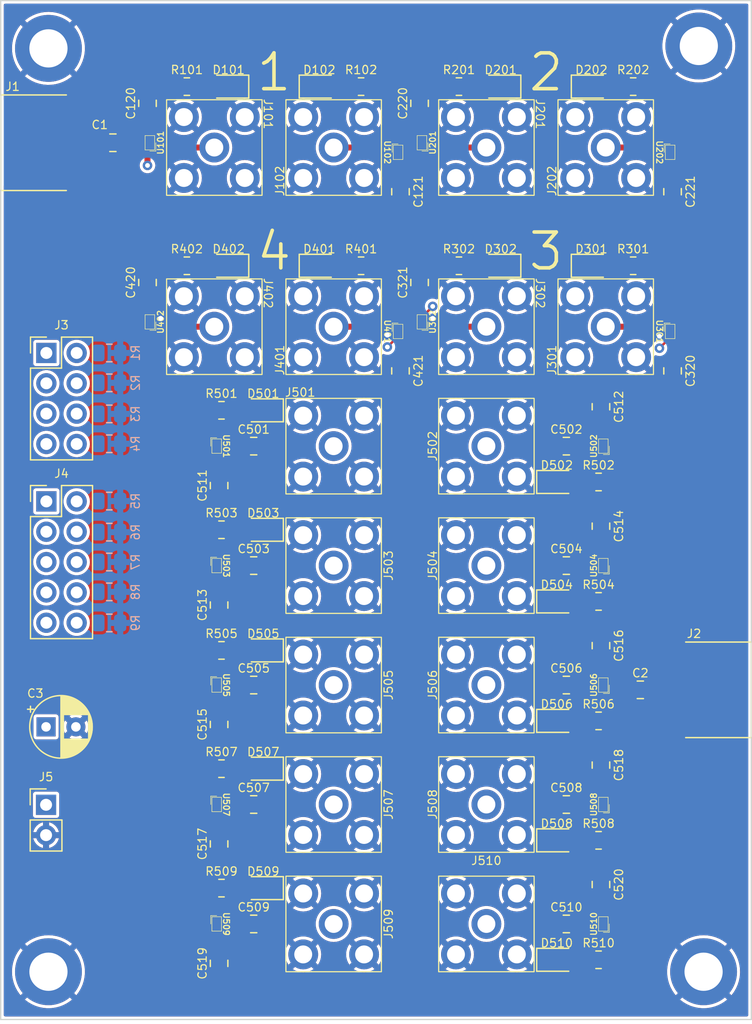
<source format=kicad_pcb>
(kicad_pcb (version 20211014) (generator pcbnew)
  (layers (0 "F.Cu" signal) (1 "In1.Cu" signal) (2 "In2.Cu" signal) (31 "B.Cu" signal) (36 "B.SilkS" user "B.Silkscreen") (37 "F.SilkS" user "F.Silkscreen") (38 "B.Mask" user) (39 "F.Mask" user) (44 "Edge.Cuts" user))
  (net 0 "")
  (net 1 "Net-(C1-Pad1)")
  (net 2 "/highPass/RF_IN")
  (net 3 "/multiplexer/RF_OUT")
  (net 4 "Net-(C2-Pad2)")
  (net 5 "+3V3")
  (net 6 "GND")
  (net 7 "Net-(J101-Pad1)")
  (net 8 "Net-(J102-Pad1)")
  (net 9 "Net-(J201-Pad1)")
  (net 10 "Net-(J202-Pad1)")
  (net 11 "Net-(J301-Pad1)")
  (net 12 "Net-(J302-Pad1)")
  (net 13 "Net-(J401-Pad1)")
  (net 14 "Net-(J402-Pad1)")
  (net 15 "Net-(U301-Pad3)")
  (net 16 "Net-(C501-Pad1)")
  (net 17 "Net-(C501-Pad2)")
  (net 18 "Net-(C502-Pad1)")
  (net 19 "Net-(C502-Pad2)")
  (net 20 "Net-(C503-Pad1)")
  (net 21 "Net-(C503-Pad2)")
  (net 22 "Net-(C504-Pad1)")
  (net 23 "Net-(C504-Pad2)")
  (net 24 "Net-(C505-Pad1)")
  (net 25 "Net-(C505-Pad2)")
  (net 26 "Net-(C506-Pad1)")
  (net 27 "Net-(C506-Pad2)")
  (net 28 "Net-(C507-Pad1)")
  (net 29 "Net-(C507-Pad2)")
  (net 30 "Net-(C508-Pad1)")
  (net 31 "Net-(C508-Pad2)")
  (net 32 "Net-(C509-Pad1)")
  (net 33 "Net-(C509-Pad2)")
  (net 34 "Net-(C510-Pad1)")
  (net 35 "Net-(C510-Pad2)")
  (net 36 "Net-(D101-Pad2)")
  (net 37 "Net-(D102-Pad2)")
  (net 38 "Net-(D201-Pad2)")
  (net 39 "Net-(D202-Pad2)")
  (net 40 "Net-(D301-Pad2)")
  (net 41 "Net-(D302-Pad2)")
  (net 42 "Net-(D401-Pad2)")
  (net 43 "Net-(D402-Pad2)")
  (net 44 "Net-(D501-Pad2)")
  (net 45 "Net-(D502-Pad2)")
  (net 46 "Net-(D503-Pad2)")
  (net 47 "Net-(D504-Pad2)")
  (net 48 "Net-(D505-Pad2)")
  (net 49 "Net-(D506-Pad2)")
  (net 50 "Net-(D507-Pad2)")
  (net 51 "Net-(D508-Pad2)")
  (net 52 "Net-(D509-Pad2)")
  (net 53 "Net-(D510-Pad2)")
  (net 54 "/highPass_en")
  (net 55 "/lowPass_en")
  (net 56 "/fmStop_en")
  (net 57 "/dabStop_en")
  (net 58 "/muxCh0_en")
  (net 59 "/muxCh1_en")
  (net 60 "/muxCh2_en")
  (net 61 "/muxCh3_en")
  (net 62 "/muxCh4_en")
  (net 63 "Net-(U101-Pad3)")
  (net 64 "/highPass/RF_OUT")
  (net 65 "Net-(U201-Pad3)")
  (net 66 "/bandStopFM/RF_IN")
  (net 67 "/bandStopDAB/RF_IN")
  (net 68 "Net-(U401-Pad3)")
  (net 69 "/bandStopDAB/RF_OUT")
  (footprint "LED_SMD:LED_0805_2012Metric" (layer "F.Cu") (at 53.7 52 180)
    (fp_text reference "D101")
    (fp_text value "LED_Small")
  )
  (footprint "Resistor_SMD:R_0805_2012Metric" (layer "F.Cu") (at 53.1 99.2)
    (fp_text reference "R505")
    (fp_text value "1K")
  )
  (footprint "frontEnd:SMA_FEM_TH_VERTICAL" (layer "F.Cu") (at 75.3 92.1)
    (fp_text reference "J504")
    (fp_text value "CH1_IN")
  )
  (footprint "Resistor_SMD:R_0805_2012Metric" (layer "F.Cu") (at 53.1 79.1)
    (fp_text reference "R501")
    (fp_text value "1K")
  )
  (footprint "Capacitor_SMD:C_0805_2012Metric" (layer "F.Cu") (at 82 82.1)
    (fp_text reference "C502")
    (fp_text value "10n")
  )
  (footprint "Resistor_SMD:R_0805_2012Metric" (layer "F.Cu") (at 84.7 105.1 180)
    (fp_text reference "R506")
    (fp_text value "1K")
  )
  (footprint "LED_SMD:LED_0805_2012Metric" (layer "F.Cu") (at 56.6 99.2 180)
    (fp_text reference "D505")
    (fp_text value "LED_Small")
  )
  (footprint "Capacitor_SMD:C_0805_2012Metric" (layer "F.Cu") (at 82 92.1)
    (fp_text reference "C504")
    (fp_text value "10n")
  )
  (footprint "frontEnd:BGS12P2L6E6327XTSA1" (layer "F.Cu") (at 47.1 56.7)
    (fp_text reference "U101")
    (fp_text value "BGS12P2L6E6327XTSA1")
  )
  (footprint "frontEnd:SMA_FEM_TH_VERTICAL" (layer "F.Cu") (at 52.5 57.1)
    (fp_text reference "J101")
    (fp_text value "to filter")
  )
  (footprint "frontEnd:SMA_FEM_TH_VERTICAL" (layer "F.Cu") (at 62.5 122.1)
    (fp_text reference "J509")
    (fp_text value "CH4_OUT")
  )
  (footprint "LED_SMD:LED_0805_2012Metric" (layer "F.Cu") (at 81.2 125.1)
    (fp_text reference "D510")
    (fp_text value "LED_Small")
  )
  (footprint "Resistor_SMD:R_0805_2012Metric" (layer "F.Cu") (at 84.7 85.1 180)
    (fp_text reference "R502")
    (fp_text value "1K")
  )
  (footprint "LED_SMD:LED_0805_2012Metric" (layer "F.Cu") (at 81.2 115.1)
    (fp_text reference "D508")
    (fp_text value "LED_Small")
  )
  (footprint "frontEnd:SMA" (layer "F.Cu") (at 92 102.5)
    (fp_text reference "J2")
    (fp_text value "RF OUT")
  )
  (footprint "Capacitor_SMD:C_0805_2012Metric" (layer "F.Cu") (at 55.8 92.1)
    (fp_text reference "C503")
    (fp_text value "10n")
  )
  (footprint "frontEnd:BGS12P2L6E6327XTSA1" (layer "F.Cu") (at 52.7 92.1 180)
    (fp_text reference "U503")
    (fp_text value "BGS12P2L6E6327XTSA1")
  )
  (footprint "Resistor_SMD:R_0805_2012Metric" (layer "F.Cu") (at 53.1 89.1)
    (fp_text reference "R503")
    (fp_text value "1K")
  )
  (footprint "Capacitor_SMD:C_0805_2012Metric" (layer "F.Cu") (at 55.8 112.1)
    (fp_text reference "C507")
    (fp_text value "10n")
  )
  (footprint "Capacitor_SMD:C_0805_2012Metric" (layer "F.Cu") (at 88.2 102.5)
    (fp_text reference "C2")
    (fp_text value "10n")
  )
  (footprint "LED_SMD:LED_0805_2012Metric" (layer "F.Cu") (at 53.7 67 180)
    (fp_text reference "D402")
    (fp_text value "LED_Small")
  )
  (footprint "frontEnd:SMA_FEM_TH_VERTICAL" (layer "F.Cu") (at 85.3 72.1 180)
    (fp_text reference "J301")
    (fp_text value "to filter")
  )
  (footprint "frontEnd:SMA_FEM_TH_VERTICAL" (layer "F.Cu") (at 52.5 72.1)
    (fp_text reference "J402")
    (fp_text value "from filter")
  )
  (footprint "LED_SMD:LED_0805_2012Metric" (layer "F.Cu") (at 81.2 105.1)
    (fp_text reference "D506")
    (fp_text value "LED_Small")
  )
  (footprint "Capacitor_THT:CP_Radial_D5.0mm_P2.50mm" (layer "F.Cu") (at 38.4 105.6)
    (fp_text reference "C3")
    (fp_text value "100u")
  )
  (footprint "Capacitor_SMD:C_0805_2012Metric" (layer "F.Cu") (at 55.8 102.1)
    (fp_text reference "C505")
    (fp_text value "10n")
  )
  (footprint "Connector_PinHeader_2.54mm:PinHeader_2x05_P2.54mm_Vertical" (layer "F.Cu") (at 38.425 86.725)
    (fp_text reference "J4")
    (fp_text value "MUX_CONTROL")
  )
  (footprint "LED_SMD:LED_0805_2012Metric" (layer "F.Cu") (at 76.5 67 180)
    (fp_text reference "D302")
    (fp_text value "LED_Small")
  )
  (footprint "frontEnd:SMA_FEM_TH_VERTICAL" (layer "F.Cu") (at 75.3 72.1 180)
    (fp_text reference "J302")
    (fp_text value "from filter")
  )
  (footprint "Capacitor_SMD:C_0805_2012Metric" (layer "F.Cu") (at 52.9 125.4 90)
    (fp_text reference "C519")
    (fp_text value "100n")
  )
  (footprint "Capacitor_SMD:C_0805_2012Metric" (layer "F.Cu") (at 68.1 60.8 90)
    (fp_text reference "C121")
    (fp_text value "100n")
  )
  (footprint "Capacitor_SMD:C_0805_2012Metric" (layer "F.Cu") (at 52.9 95.4 90)
    (fp_text reference "C513")
    (fp_text value "100n")
  )
  (footprint "Resistor_SMD:R_0805_2012Metric" (layer "F.Cu") (at 53.1 119.1)
    (fp_text reference "R509")
    (fp_text value "1K")
  )
  (footprint "frontEnd:BGS12P2L6E6327XTSA1" (layer "F.Cu") (at 85.1 122.1)
    (fp_text reference "U510")
    (fp_text value "BGS12P2L6E6327XTSA1")
  )
  (footprint "LED_SMD:LED_0805_2012Metric" (layer "F.Cu") (at 81.2 85.1)
    (fp_text reference "D502")
    (fp_text value "LED_Small")
  )
  (footprint "frontEnd:SMA_FEM_TH_VERTICAL" (layer "F.Cu") (at 75.3 122.1)
    (fp_text reference "J510")
    (fp_text value "CH4_IN")
  )
  (footprint "Resistor_SMD:R_0805_2012Metric" (layer "F.Cu") (at 50.2 52)
    (fp_text reference "R101")
    (fp_text value "1K")
  )
  (footprint "frontEnd:BGS12P2L6E6327XTSA1" (layer "F.Cu") (at 52.7 82.1 180)
    (fp_text reference "U501")
    (fp_text value "BGS12P2L6E6327XTSA1")
  )
  (footprint "frontEnd:SMA_FEM_TH_VERTICAL" (layer "F.Cu") (at 62.5 102.1)
    (fp_text reference "J505")
    (fp_text value "CH2_OUT")
  )
  (footprint "Connector_PinHeader_2.54mm:PinHeader_2x04_P2.54mm_Vertical" (layer "F.Cu") (at 38.425 74.3)
    (fp_text reference "J3")
    (fp_text value "FILTER_CONTROL")
  )
  (footprint "Capacitor_SMD:C_0805_2012Metric" (layer "F.Cu") (at 82 122.1)
    (fp_text reference "C510")
    (fp_text value "10n")
  )
  (footprint "LED_SMD:LED_0805_2012Metric" (layer "F.Cu") (at 56.6 89.1 180)
    (fp_text reference "D503")
    (fp_text value "LED_Small")
  )
  (footprint "Capacitor_SMD:C_0805_2012Metric" (layer "F.Cu") (at 84.9 118.8 -90)
    (fp_text reference "C520")
    (fp_text value "100n")
  )
  (footprint "LED_SMD:LED_0805_2012Metric" (layer "F.Cu") (at 81.2 95.1)
    (fp_text reference "D504")
    (fp_text value "LED_Small")
  )
  (footprint "LED_SMD:LED_0805_2012Metric" (layer "F.Cu") (at 84.1 52)
    (fp_text reference "D202")
    (fp_text value "LED_Small")
  )
  (footprint "Capacitor_SMD:C_0805_2012Metric" (layer "F.Cu") (at 55.8 82.1)
    (fp_text reference "C501")
    (fp_text value "10n")
  )
  (footprint "Capacitor_SMD:C_0805_2012Metric" (layer "F.Cu") (at 84.9 78.8 -90)
    (fp_text reference "C512")
    (fp_text value "100n")
  )
  (footprint "Capacitor_SMD:C_0805_2012Metric" (layer "F.Cu") (at 46.9 53.4 -90)
    (fp_text reference "C120")
    (fp_text value "100n")
  )
  (footprint "MountingHole:MountingHole_3.2mm_M3_DIN965_Pad" (layer "F.Cu") (at 38.6 126.1)
    (fp_text reference "J1000" hide)
    (fp_text value "Hole")
  )
  (footprint "frontEnd:BGS12P2L6E6327XTSA1" (layer "F.Cu") (at 69.9 56.7)
    (fp_text reference "U201")
    (fp_text value "BGS12P2L6E6327XTSA1")
  )
  (footprint "frontEnd:SMA_FEM_TH_VERTICAL" (layer "F.Cu") (at 62.5 72.1)
    (fp_text reference "J401")
    (fp_text value "to filter")
  )
  (footprint "Resistor_SMD:R_0805_2012Metric" (layer "F.Cu") (at 73 67)
    (fp_text reference "R302")
    (fp_text value "1K")
  )
  (footprint "frontEnd:SMA_FEM_TH_VERTICAL" (layer "F.Cu") (at 75.3 112.1)
    (fp_text reference "J508")
    (fp_text value "CH3_IN")
  )
  (footprint "Capacitor_SMD:C_0805_2012Metric" (layer "F.Cu") (at 82 112.1)
    (fp_text reference "C508")
    (fp_text value "10n")
  )
  (footprint "frontEnd:BGS12P2L6E6327XTSA1" (layer "F.Cu") (at 52.7 122.1 180)
    (fp_text reference "U509")
    (fp_text value "BGS12P2L6E6327XTSA1")
  )
  (footprint "Capacitor_SMD:C_0805_2012Metric" (layer "F.Cu") (at 55.8 122.1)
    (fp_text reference "C509")
    (fp_text value "10n")
  )
  (footprint "MountingHole:MountingHole_3.2mm_M3_DIN965_Pad" (layer "F.Cu") (at 38.6 48.8)
    (fp_text reference "J1001" hide)
    (fp_text value "Hole")
  )
  (footprint "frontEnd:BGS12P2L6E6327XTSA1" (layer "F.Cu") (at 67.9 57.5 180)
    (fp_text reference "U102")
    (fp_text value "BGS12P2L6E6327XTSA1")
  )
  (footprint "Capacitor_SMD:C_0805_2012Metric" (layer "F.Cu") (at 44 56.7)
    (fp_text reference "C1")
    (fp_text value "10n")
  )
  (footprint "LED_SMD:LED_0805_2012Metric" (layer "F.Cu") (at 56.6 79.1 180)
    (fp_text reference "D501")
    (fp_text value "LED_Small")
  )
  (footprint "Capacitor_SMD:C_0805_2012Metric" (layer "F.Cu") (at 90.9 60.8 90)
    (fp_text reference "C221")
    (fp_text value "100n")
  )
  (footprint "Capacitor_SMD:C_0805_2012Metric" (layer "F.Cu") (at 90.9 75.8 90)
    (fp_text reference "C320")
    (fp_text value "100n")
  )
  (footprint "frontEnd:SMA_FEM_TH_VERTICAL" (layer "F.Cu") (at 85.3 57.1)
    (fp_text reference "J202")
    (fp_text value "from filter")
  )
  (footprint "frontEnd:BGS12P2L6E6327XTSA1" (layer "F.Cu") (at 85.1 102.1)
    (fp_text reference "U506")
    (fp_text value "BGS12P2L6E6327XTSA1")
  )
  (footprint "frontEnd:BGS12P2L6E6327XTSA1" (layer "F.Cu") (at 52.7 102.1 180)
    (fp_text reference "U505")
    (fp_text value "BGS12P2L6E6327XTSA1")
  )
  (footprint "MountingHole:MountingHole_3.2mm_M3_DIN965_Pad" (layer "F.Cu") (at 93.5 126.1)
    (fp_text reference "J1003" hide)
    (fp_text value "Hole")
  )
  (footprint "Resistor_SMD:R_0805_2012Metric" (layer "F.Cu") (at 53.1 109.1)
    (fp_text reference "R507")
    (fp_text value "1K")
  )
  (footprint "Resistor_SMD:R_0805_2012Metric" (layer "F.Cu") (at 87.6 52 180)
    (fp_text reference "R202")
    (fp_text value "1K")
  )
  (footprint "Capacitor_SMD:C_0805_2012Metric" (layer "F.Cu") (at 69.7 53.4 -90)
    (fp_text reference "C220")
    (fp_text value "100n")
  )
  (footprint "Capacitor_SMD:C_0805_2012Metric" (layer "F.Cu") (at 84.9 108.8 -90)
    (fp_text reference "C518")
    (fp_text value "100n")
  )
  (footprint "Resistor_SMD:R_0805_2012Metric" (layer "F.Cu") (at 84.7 125.1 180)
    (fp_text reference "R510")
    (fp_text value "1K")
  )
  (footprint "frontEnd:BGS12P2L6E6327XTSA1" (layer "F.Cu") (at 85.1 92.1)
    (fp_text reference "U504")
    (fp_text value "BGS12P2L6E6327XTSA1")
  )
  (footprint "frontEnd:BGS12P2L6E6327XTSA1" (layer "F.Cu") (at 90.7 72.5 180)
    (fp_text reference "U301")
    (fp_text value "BGS12P2L6E6327XTSA1")
  )
  (footprint "Resistor_SMD:R_0805_2012Metric" (layer "F.Cu") (at 64.8 52 180)
    (fp_text reference "R102")
    (fp_text value "1K")
  )
  (footprint "frontEnd:BGS12P2L6E6327XTSA1" (layer "F.Cu") (at 47.1 71.7)
    (fp_text reference "U402")
    (fp_text value "BGS12P2L6E6327XTSA1")
  )
  (footprint "Resistor_SMD:R_0805_2012Metric" (layer "F.Cu") (at 87.6 67 180)
    (fp_text reference "R301")
    (fp_text value "1K")
  )
  (footprint "frontEnd:SMA_FEM_TH_VERTICAL" (layer "F.Cu") (at 75.3 102.1)
    (fp_text reference "J506")
    (fp_text value "CH2_IN")
  )
  (footprint "LED_SMD:LED_0805_2012Metric" (layer "F.Cu") (at 56.6 109.1 180)
    (fp_text reference "D507")
    (fp_text value "LED_Small")
  )
  (footprint "LED_SMD:LED_0805_2012Metric" (layer "F.Cu") (at 56.6 119.1 180)
    (fp_text reference "D509")
    (fp_text value "LED_Small")
  )
  (footprint "frontEnd:SMA_FEM_TH_VERTICAL" (layer "F.Cu") (at 75.3 82.1)
    (fp_text reference "J502")
    (fp_text value "CH0_IN")
  )
  (footprint "frontEnd:BGS12P2L6E6327XTSA1" (layer "F.Cu") (at 85.1 112.1)
    (fp_text reference "U508")
    (fp_text value "BGS12P2L6E6327XTSA1")
  )
  (footprint "Capacitor_SMD:C_0805_2012Metric" (layer "F.Cu") (at 84.9 98.8 -90)
    (fp_text reference "C516")
    (fp_text value "100n")
  )
  (footprint "LED_SMD:LED_0805_2012Metric" (layer "F.Cu") (at 84.1 67)
    (fp_text reference "D301")
    (fp_text value "LED_Small")
  )
  (footprint "frontEnd:BGS12P2L6E6327XTSA1" (layer "F.Cu") (at 85.1 82.1)
    (fp_text reference "U502")
    (fp_text value "BGS12P2L6E6327XTSA1")
  )
  (footprint "Resistor_SMD:R_0805_2012Metric" (layer "F.Cu") (at 50.2 67)
    (fp_text reference "R402")
    (fp_text value "1K")
  )
  (footprint "frontEnd:SMA_FEM_TH_VERTICAL" (layer "F.Cu") (at 62.5 57.1)
    (fp_text reference "J102")
    (fp_text value "from filter")
  )
  (footprint "LED_SMD:LED_0805_2012Metric" (layer "F.Cu") (at 61.3 67)
    (fp_text reference "D401")
    (fp_text value "LED_Small")
  )
  (footprint "Capacitor_SMD:C_0805_2012Metric" (layer "F.Cu") (at 82 102.1)
    (fp_text reference "C506")
    (fp_text value "10n")
  )
  (footprint "LED_SMD:LED_0805_2012Metric" (layer "F.Cu") (at 76.5 52 180)
    (fp_text reference "D201")
    (fp_text value "LED_Small")
  )
  (footprint "Resistor_SMD:R_0805_2012Metric" (layer "F.Cu") (at 73 52)
    (fp_text reference "R201")
    (fp_text value "1K")
  )
  (footprint "frontEnd:BGS12P2L6E6327XTSA1" (layer "F.Cu") (at 52.7 112.1 180)
    (fp_text reference "U507")
    (fp_text value "BGS12P2L6E6327XTSA1")
  )
  (footprint "frontEnd:BGS12P2L6E6327XTSA1" (layer "F.Cu") (at 69.9 71.7)
    (fp_text reference "U302")
    (fp_text value "BGS12P2L6E6327XTSA1")
  )
  (footprint "Resistor_SMD:R_0805_2012Metric" (layer "F.Cu") (at 84.7 115.1 180)
    (fp_text reference "R508")
    (fp_text value "1K")
  )
  (footprint "Capacitor_SMD:C_0805_2012Metric" (layer "F.Cu") (at 52.9 115.4 90)
    (fp_text reference "C517")
    (fp_text value "100n")
  )
  (footprint "frontEnd:SMA" (layer "F.Cu") (at 40.1 56.7 180)
    (fp_text reference "J1")
    (fp_text value "RF IN")
  )
  (footprint "Resistor_SMD:R_0805_2012Metric" (layer "F.Cu") (at 84.7 95.1 180)
    (fp_text reference "R504")
    (fp_text value "1K")
  )
  (footprint "Capacitor_SMD:C_0805_2012Metric" (layer "F.Cu") (at 68.1 75.8 90)
    (fp_text reference "C421")
    (fp_text value "100n")
  )
  (footprint "Capacitor_SMD:C_0805_2012Metric" (layer "F.Cu") (at 69.7 68.4 -90)
    (fp_text reference "C321")
    (fp_text value "100n")
  )
  (footprint "frontEnd:BGS12P2L6E6327XTSA1" (layer "F.Cu") (at 90.7 57.5 180)
    (fp_text reference "U202")
    (fp_text value "BGS12P2L6E6327XTSA1")
  )
  (footprint "frontEnd:SMA_FEM_TH_VERTICAL" (layer "F.Cu") (at 62.5 82.1)
    (fp_text reference "J501")
    (fp_text value "CH0_OUT")
  )
  (footprint "Connector_PinHeader_2.54mm:PinHeader_1x02_P2.54mm_Vertical" (layer "F.Cu") (at 38.4 112.125)
    (fp_text reference "J5")
    (fp_text value "3V3")
  )
  (footprint "LED_SMD:LED_0805_2012Metric" (layer "F.Cu") (at 61.3 52)
    (fp_text reference "D102")
    (fp_text value "LED_Small")
  )
  (footprint "Capacitor_SMD:C_0805_2012Metric" (layer "F.Cu") (at 46.9 68.4 -90)
    (fp_text reference "C420")
    (fp_text value "100n")
  )
  (footprint "frontEnd:SMA_FEM_TH_VERTICAL" (layer "F.Cu") (at 62.5 112.1)
    (fp_text reference "J507")
    (fp_text value "CH3_OUT")
  )
  (footprint "frontEnd:SMA_FEM_TH_VERTICAL" (layer "F.Cu") (at 62.5 92.1)
    (fp_text reference "J503")
    (fp_text value "CH1_OUT")
  )
  (footprint "Capacitor_SMD:C_0805_2012Metric" (layer "F.Cu") (at 52.9 105.4 90)
    (fp_text reference "C515")
    (fp_text value "100n")
  )
  (footprint "Capacitor_SMD:C_0805_2012Metric" (layer "F.Cu") (at 52.9 85.4 90)
    (fp_text reference "C511")
    (fp_text value "100n")
  )
  (footprint "Resistor_SMD:R_0805_2012Metric" (layer "F.Cu") (at 64.8 67 180)
    (fp_text reference "R401")
    (fp_text value "1K")
  )
  (footprint "MountingHole:MountingHole_3.2mm_M3_DIN965_Pad" (layer "F.Cu") (at 93.1 48.6)
    (fp_text reference "J1002" hide)
    (fp_text value "Hole")
  )
  (footprint "frontEnd:BGS12P2L6E6327XTSA1" (layer "F.Cu") (at 67.9 72.5 180)
    (fp_text reference "U401")
    (fp_text value "BGS12P2L6E6327XTSA1")
  )
  (footprint "frontEnd:SMA_FEM_TH_VERTICAL" (layer "F.Cu") (at 75.3 57.1)
    (fp_text reference "J201")
    (fp_text value "to filter")
  )
  (footprint "Capacitor_SMD:C_0805_2012Metric" (layer "F.Cu") (at 84.9 88.8 -90)
    (fp_text reference "C514")
    (fp_text value "100n")
  )
  (footprint "Resistor_SMD:R_0805_2012Metric" (layer "B.Cu") (at 43.7 91.8)
    (fp_text reference "R7")
    (fp_text value "10k")
  )
  (footprint "Resistor_SMD:R_0805_2012Metric" (layer "B.Cu") (at 43.7 74.3)
    (fp_text reference "R1")
    (fp_text value "10k")
  )
  (footprint "Resistor_SMD:R_0805_2012Metric" (layer "B.Cu") (at 43.7 96.9)
    (fp_text reference "R9")
    (fp_text value "10k")
  )
  (footprint "Resistor_SMD:R_0805_2012Metric" (layer "B.Cu") (at 43.7 86.7)
    (fp_text reference "R5")
    (fp_text value "10k")
  )
  (footprint "Resistor_SMD:R_0805_2012Metric" (layer "B.Cu") (at 43.7 79.4)
    (fp_text reference "R3")
    (fp_text value "10k")
  )
  (footprint "Resistor_SMD:R_0805_2012Metric" (layer "B.Cu") (at 43.7 81.9)
    (fp_text reference "R4")
    (fp_text value "10k")
  )
  (footprint "Resistor_SMD:R_0805_2012Metric" (layer "B.Cu") (at 43.7 76.8)
    (fp_text reference "R2")
    (fp_text value "10k")
  )
  (footprint "Resistor_SMD:R_0805_2012Metric" (layer "B.Cu") (at 43.7 94.3)
    (fp_text reference "R8")
    (fp_text value "10k")
  )
  (footprint "Resistor_SMD:R_0805_2012Metric" (layer "B.Cu") (at 43.7 89.3)
    (fp_text reference "R6")
    (fp_text value "10k")
  )
  (gr_line (start 34.6 44.8) (end 34.6 130.1) (layer "Edge.Cuts") (width 0.1))
  (gr_line (start 97.5 130.1) (end 34.6 130.1) (layer "Edge.Cuts") (width 0.1))
  (gr_line (start 97.5 44.8) (end 97.5 130.1) (layer "Edge.Cuts") (width 0.1))
  (gr_line (start 97.5 44.8) (end 34.6 44.8) (layer "Edge.Cuts") (width 0.1))
  (gr_text "1" (at 57.5 50.8) (layer "F.SilkS") (effects (font (size 3 3) (thickness 0.3))))
  (gr_text "2" (at 80.3 50.8) (layer "F.SilkS") (effects (font (size 3 3) (thickness 0.3))))
  (gr_text "3" (at 80.3 65.8) (layer "F.SilkS") (effects (font (size 3 3) (thickness 0.3))))
  (gr_text "4" (at 57.5 65.8) (layer "F.SilkS") (effects (font (size 3 3) (thickness 0.3))))
  (segment (start 37.6 56.7) (end 43.05 56.7) (width 1) (layer "F.Cu") (net 1))
  (segment (start 44.95 56.7) (end 45.9 56.7) (width 0.5) (layer "F.Cu") (net 2))
  (segment (start 90.9 59.85) (end 90.9 58.9) (width 0.5) (layer "F.Cu") (net 5))
  (segment (start 69.7 69.35) (end 69.7 70.3) (width 0.5) (layer "F.Cu") (net 5))
  (segment (start 46.9 69.35) (end 46.9 70.3) (width 0.5) (layer "F.Cu") (net 5))
  (segment (start 68.1 74.85) (end 68.1 73.9) (width 0.5) (layer "F.Cu") (net 5))
  (segment (start 69.7 54.35) (end 69.7 55.3) (width 0.5) (layer "F.Cu") (net 5))
  (segment (start 68.1 59.85) (end 68.1 58.9) (width 0.5) (layer "F.Cu") (net 5))
  (segment (start 90.9 74.85) (end 90.9 73.9) (width 0.5) (layer "F.Cu") (net 5))
  (segment (start 46.9 54.35) (end 46.9 55.3) (width 0.5) (layer "F.Cu") (net 5))
  (segment (start 67.3 72.5) (end 67 72.8) (width 0.2) (layer "F.Cu") (net 6))
  (segment (start 90.5 72.5) (end 90.2 72.5) (width 0.2) (layer "F.Cu") (net 6))
  (segment (start 90.2 72.5) (end 89.8 72.9) (width 0.2) (layer "F.Cu") (net 6))
  (segment (start 67.7 72.5) (end 67.3 72.5) (width 0.2) (layer "F.Cu") (net 6))
  (via (at 70.8 71.4) (size 0.8) (drill 0.4) (layers "F.Cu" "B.Cu") (net 6))
  (via (at 89.8 72.9) (size 0.8) (drill 0.4) (layers "F.Cu" "B.Cu") (net 6))
  (via (at 67 72.8) (size 0.8) (drill 0.4) (layers "F.Cu" "B.Cu") (net 6))
  (via (at 48 71.4) (size 0.8) (drill 0.4) (layers "F.Cu" "B.Cu") (net 6))
  (via (at 67 72.8) (size 0.8) (drill 0.4) (layers "F.Cu" "B.Cu") (net 6))
  (via (at 48 71.4) (size 0.8) (drill 0.4) (layers "F.Cu" "B.Cu") (net 6))
  (segment (start 52.5 57.1) (end 48.5 57.1) (width 0.5) (layer "F.Cu") (net 7))
  (segment (start 62.5 57.1) (end 66.5 57.1) (width 0.5) (layer "F.Cu") (net 8))
  (segment (start 75.3 57.1) (end 71.3 57.1) (width 0.5) (layer "F.Cu") (net 9))
  (segment (start 85.3 57.1) (end 89.3 57.1) (width 0.5) (layer "F.Cu") (net 10))
  (segment (start 85.3 72.1) (end 89.3 72.1) (width 0.5) (layer "F.Cu") (net 11))
  (segment (start 75.3 72.1) (end 71.3 72.1) (width 0.5) (layer "F.Cu") (net 12))
  (segment (start 62.5 72.1) (end 66.5 72.1) (width 0.5) (layer "F.Cu") (net 13))
  (segment (start 52.5 72.1) (end 48.5 72.1) (width 0.5) (layer "F.Cu") (net 14))
  (segment (start 70.1 71.1) (end 70.8 70.4) (width 0.2) (layer "F.Cu") (net 15))
  (segment (start 90.5 72.9) (end 90.5 73.2) (width 0.2) (layer "F.Cu") (net 15))
  (segment (start 90.5 73.2) (end 89.8 73.9) (width 0.2) (layer "F.Cu") (net 15))
  (segment (start 70.1 71.3) (end 70.1 71.1) (width 0.2) (layer "F.Cu") (net 15))
  (via (at 70.8 70.4) (size 0.8) (drill 0.4) (layers "F.Cu" "B.Cu") (net 15))
  (via (at 89.8 73.9) (size 0.8) (drill 0.4) (layers "F.Cu" "B.Cu") (net 15))
  (segment (start 51.1125 52) (end 52.7625 52) (width 0.5) (layer "F.Cu") (net 36))
  (segment (start 62.2375 52) (end 63.8875 52) (width 0.5) (layer "F.Cu") (net 37))
  (segment (start 73.9125 52) (end 75.5625 52) (width 0.5) (layer "F.Cu") (net 38))
  (segment (start 85.0375 52) (end 86.6875 52) (width 0.5) (layer "F.Cu") (net 39))
  (segment (start 85.0375 67) (end 86.6875 67) (width 0.5) (layer "F.Cu") (net 40))
  (segment (start 73.9125 67) (end 75.5625 67) (width 0.5) (layer "F.Cu") (net 41))
  (segment (start 62.2375 67) (end 63.8875 67) (width 0.5) (layer "F.Cu") (net 42))
  (segment (start 51.1125 67) (end 52.7625 67) (width 0.5) (layer "F.Cu") (net 43))
  (segment (start 54.0125 79.1) (end 55.6625 79.1) (width 0.5) (layer "F.Cu") (net 44))
  (segment (start 82.1375 85.1) (end 83.7875 85.1) (width 0.5) (layer "F.Cu") (net 45))
  (segment (start 54.0125 89.1) (end 55.6625 89.1) (width 0.5) (layer "F.Cu") (net 46))
  (segment (start 82.1375 95.1) (end 83.7875 95.1) (width 0.5) (layer "F.Cu") (net 47))
  (segment (start 54.0125 99.2) (end 55.6625 99.2) (width 0.5) (layer "F.Cu") (net 48))
  (segment (start 82.1375 105.1) (end 83.7875 105.1) (width 0.5) (layer "F.Cu") (net 49))
  (segment (start 54.0125 109.1) (end 55.6625 109.1) (width 0.5) (layer "F.Cu") (net 50))
  (segment (start 82.1375 115.1) (end 83.7875 115.1) (width 0.5) (layer "F.Cu") (net 51))
  (segment (start 54.0125 119.1) (end 55.6625 119.1) (width 0.5) (layer "F.Cu") (net 52))
  (segment (start 82.1375 125.1) (end 83.7875 125.1) (width 0.5) (layer "F.Cu") (net 53))
  (segment (start 46.9 58.6) (end 46.9 58.1) (width 0.5) (layer "F.Cu") (net 54))
  (via (at 46.9 58.6) (size 0.8) (drill 0.4) (layers "F.Cu" "B.Cu") (net 54))
  (segment (start 69.3 56.7) (end 69.7 56.7) (width 0.2) (layer "F.Cu") (net 64))
  (segment (start 68.1 57.5) (end 68.5 57.5) (width 0.2) (layer "F.Cu") (net 64))
  (segment (start 68.5 57.5) (end 69.3 56.7) (width 0.2) (layer "F.Cu") (net 64))
  (segment (start 68.4 72.5) (end 69.2 71.7) (width 0.2) (layer "F.Cu") (net 67))
  (segment (start 69.2 71.7) (end 69.7 71.7) (width 0.2) (layer "F.Cu") (net 67))
  (segment (start 68.1 72.5) (end 68.4 72.5) (width 0.2) (layer "F.Cu") (net 67))
  (segment (start 67.7 73.1) (end 67 73.8) (width 0.2) (layer "F.Cu") (net 68))
  (segment (start 67.7 72.9) (end 67.7 73.1) (width 0.2) (layer "F.Cu") (net 68))
  (via (at 67 73.8) (size 0.8) (drill 0.4) (layers "F.Cu" "B.Cu") (net 68))
  (zone (net 2) (net_name "/highPass/RF_IN") (layer "F.Cu") (priority 17540) (connect_pads yes (clearance 0)) (min_thickness 0.0254) (fill yes (thermal_gap 0.508) (thermal_bridge_width 0.508))
    (polygon (pts (xy 45.8625 56.7) (xy 45.8975 56.95) (xy 46.029434 56.9465) (xy 46.14319 56.937) (xy 46.242425 56.922999) (xy 46.330793 56.906) (xy 46.41195 56.8875) (xy 46.489551 56.869) (xy 46.567251 56.852) (xy 46.648705 56.838) (xy 46.73757 56.8285) (xy 46.8375 56.825) (xy 46.9 56.825) (xy 46.915 56.7) (xy 46.9 56.575) (xy 46.8375 56.575) (xy 46.73757 56.5715) (xy 46.648705 56.562) (xy 46.567251 56.547999) (xy 46.489551 56.531) (xy 46.41195 56.5125) (xy 46.330793 56.494) (xy 46.242425 56.477) (xy 46.14319 56.463) (xy 46.029434 56.4535) (xy 45.8975 56.45)))
  )
  (zone (net 6) (net_name "GND") (layers "F.Cu" "In1.Cu" "In2.Cu" "B.Cu") (connect_pads (clearance 0.254)) (min_thickness 0.254) (fill yes (thermal_gap 0.254) (thermal_bridge_width 0.508))
    (polygon (pts (xy 97.5 130.1) (xy 34.6 130.1) (xy 34.6 44.8) (xy 97.5 44.8)))
  )
  (zone (net 7) (net_name "Net-(J101-Pad1)") (layer "F.Cu") (priority 17540) (connect_pads yes (clearance 0)) (min_thickness 0.0254) (fill yes (thermal_gap 0.508) (thermal_bridge_width 0.508))
    (polygon (pts (xy 48.5375 57.1) (xy 48.5025 56.85) (xy 48.342851 56.8535) (xy 48.205034 56.863) (xy 48.084665 56.876999) (xy 47.977362 56.894) (xy 47.878742 56.9125) (xy 47.784422 56.931) (xy 47.690021 56.948) (xy 47.591155 56.962) (xy 47.483442 56.9715) (xy 47.3625 56.975) (xy 47.3 56.975) (xy 47.285 57.1) (xy 47.3 57.225) (xy 47.3625 57.225) (xy 47.483442 57.2285) (xy 47.591155 57.238) (xy 47.690021 57.251999) (xy 47.784422 57.269) (xy 47.878742 57.2875) (xy 47.977362 57.306) (xy 48.084665 57.323) (xy 48.205034 57.337) (xy 48.342851 57.3465) (xy 48.5025 57.35)))
  )
  (zone (net 13) (net_name "Net-(J401-Pad1)") (layer "F.Cu") (priority 17540) (connect_pads yes (clearance 0)) (min_thickness 0.0254) (fill yes (thermal_gap 0.508) (thermal_bridge_width 0.508))
    (polygon (pts (xy 66.4625 72.1) (xy 66.4975 72.35) (xy 66.657148 72.3465) (xy 66.794965 72.337) (xy 66.915334 72.322999) (xy 67.022637 72.306) (xy 67.121257 72.2875) (xy 67.215577 72.269) (xy 67.309978 72.252) (xy 67.408844 72.238) (xy 67.516557 72.2285) (xy 67.6375 72.225) (xy 67.7 72.225) (xy 67.715 72.1) (xy 67.7 71.975) (xy 67.6375 71.975) (xy 67.516557 71.9715) (xy 67.408844 71.962) (xy 67.309978 71.947999) (xy 67.215577 71.931) (xy 67.121257 71.9125) (xy 67.022637 71.894) (xy 66.915334 71.877) (xy 66.794965 71.863) (xy 66.657148 71.8535) (xy 66.4975 71.85)))
  )
  (zone (net 5) (net_name "+3V3") (layer "F.Cu") (priority 17540) (connect_pads yes (clearance 0)) (min_thickness 0.0254) (fill yes (thermal_gap 0.508) (thermal_bridge_width 0.508))
    (polygon (pts (xy 68.1 73.9375) (xy 68.35 73.9025) (xy 68.3465 73.770565) (xy 68.337 73.656809) (xy 68.322999 73.557574) (xy 68.306 73.469206) (xy 68.2875 73.388049) (xy 68.269 73.310448) (xy 68.252 73.232748) (xy 68.238 73.151294) (xy 68.2285 73.062429) (xy 68.225 72.9625) (xy 68.225 72.9) (xy 68.1 72.885) (xy 67.975 72.9) (xy 67.975 72.9625) (xy 67.9715 73.062429) (xy 67.962 73.151294) (xy 67.947999 73.232748) (xy 67.931 73.310448) (xy 67.9125 73.388049) (xy 67.894 73.469206) (xy 67.877 73.557574) (xy 67.863 73.656809) (xy 67.8535 73.770565) (xy 67.85 73.9025)))
  )
  (zone (net 11) (net_name "Net-(J301-Pad1)") (layer "F.Cu") (priority 17540) (connect_pads yes (clearance 0)) (min_thickness 0.0254) (fill yes (thermal_gap 0.508) (thermal_bridge_width 0.508))
    (polygon (pts (xy 89.2625 72.1) (xy 89.2975 72.35) (xy 89.457148 72.3465) (xy 89.594965 72.337) (xy 89.715334 72.322999) (xy 89.822637 72.306) (xy 89.921257 72.2875) (xy 90.015577 72.269) (xy 90.109978 72.252) (xy 90.208844 72.238) (xy 90.316557 72.2285) (xy 90.4375 72.225) (xy 90.5 72.225) (xy 90.515 72.1) (xy 90.5 71.975) (xy 90.4375 71.975) (xy 90.316557 71.9715) (xy 90.208844 71.962) (xy 90.109978 71.947999) (xy 90.015577 71.931) (xy 89.921257 71.9125) (xy 89.822637 71.894) (xy 89.715334 71.877) (xy 89.594965 71.863) (xy 89.457148 71.8535) (xy 89.2975 71.85)))
  )
  (zone (net 5) (net_name "+3V3") (layer "F.Cu") (priority 17540) (connect_pads yes (clearance 0)) (min_thickness 0.0254) (fill yes (thermal_gap 0.508) (thermal_bridge_width 0.508))
    (polygon (pts (xy 90.9 73.9375) (xy 91.15 73.9025) (xy 91.1465 73.770565) (xy 91.137 73.656809) (xy 91.122999 73.557574) (xy 91.106 73.469206) (xy 91.0875 73.388049) (xy 91.069 73.310448) (xy 91.052 73.232748) (xy 91.038 73.151294) (xy 91.0285 73.062429) (xy 91.025 72.9625) (xy 91.025 72.9) (xy 90.9 72.885) (xy 90.775 72.9) (xy 90.775 72.9625) (xy 90.7715 73.062429) (xy 90.762 73.151294) (xy 90.747999 73.232748) (xy 90.731 73.310448) (xy 90.7125 73.388049) (xy 90.694 73.469206) (xy 90.677 73.557574) (xy 90.663 73.656809) (xy 90.6535 73.770565) (xy 90.65 73.9025)))
  )
  (zone (net 10) (net_name "Net-(J202-Pad1)") (layer "F.Cu") (priority 17540) (connect_pads yes (clearance 0)) (min_thickness 0.0254) (fill yes (thermal_gap 0.508) (thermal_bridge_width 0.508))
    (polygon (pts (xy 89.2625 57.1) (xy 89.2975 57.35) (xy 89.457148 57.3465) (xy 89.594965 57.337) (xy 89.715334 57.322999) (xy 89.822637 57.306) (xy 89.921257 57.2875) (xy 90.015577 57.269) (xy 90.109978 57.252) (xy 90.208844 57.238) (xy 90.316557 57.2285) (xy 90.4375 57.225) (xy 90.5 57.225) (xy 90.515 57.1) (xy 90.5 56.975) (xy 90.4375 56.975) (xy 90.316557 56.9715) (xy 90.208844 56.962) (xy 90.109978 56.947999) (xy 90.015577 56.931) (xy 89.921257 56.9125) (xy 89.822637 56.894) (xy 89.715334 56.877) (xy 89.594965 56.863) (xy 89.457148 56.8535) (xy 89.2975 56.85)))
  )
  (zone (net 9) (net_name "Net-(J201-Pad1)") (layer "F.Cu") (priority 17540) (connect_pads yes (clearance 0)) (min_thickness 0.0254) (fill yes (thermal_gap 0.508) (thermal_bridge_width 0.508))
    (polygon (pts (xy 71.3375 57.1) (xy 71.3025 56.85) (xy 71.142851 56.8535) (xy 71.005034 56.863) (xy 70.884665 56.876999) (xy 70.777362 56.894) (xy 70.678742 56.9125) (xy 70.584422 56.931) (xy 70.490021 56.948) (xy 70.391155 56.962) (xy 70.283442 56.9715) (xy 70.1625 56.975) (xy 70.1 56.975) (xy 70.085 57.1) (xy 70.1 57.225) (xy 70.1625 57.225) (xy 70.283442 57.2285) (xy 70.391155 57.238) (xy 70.490021 57.251999) (xy 70.584422 57.269) (xy 70.678742 57.2875) (xy 70.777362 57.306) (xy 70.884665 57.323) (xy 71.005034 57.337) (xy 71.142851 57.3465) (xy 71.3025 57.35)))
  )
  (zone (net 5) (net_name "+3V3") (layer "F.Cu") (priority 17540) (connect_pads yes (clearance 0)) (min_thickness 0.0254) (fill yes (thermal_gap 0.508) (thermal_bridge_width 0.508))
    (polygon (pts (xy 69.7 70.2625) (xy 69.45 70.2975) (xy 69.4535 70.429434) (xy 69.463 70.54319) (xy 69.476999 70.642425) (xy 69.494 70.730793) (xy 69.5125 70.81195) (xy 69.531 70.889551) (xy 69.548 70.967251) (xy 69.562 71.048705) (xy 69.5715 71.13757) (xy 69.575 71.2375) (xy 69.575 71.3) (xy 69.7 71.315) (xy 69.825 71.3) (xy 69.825 71.2375) (xy 69.8285 71.13757) (xy 69.838 71.048705) (xy 69.851999 70.967251) (xy 69.869 70.889551) (xy 69.8875 70.81195) (xy 69.906 70.730793) (xy 69.923 70.642425) (xy 69.937 70.54319) (xy 69.9465 70.429434) (xy 69.95 70.2975)))
  )
  (zone (net 7) (net_name "Net-(J101-Pad1)") (layer "F.Cu") (priority 17540) (connect_pads yes (clearance 0)) (min_thickness 0.0254) (fill yes (thermal_gap 0.508) (thermal_bridge_width 0.508))
    (polygon (pts (xy 52.25 56.85) (xy 52.25 57.35) (xy 52.75 57.35) (xy 52.75 56.85)))
  )
  (zone (net 12) (net_name "Net-(J302-Pad1)") (layer "F.Cu") (priority 17540) (connect_pads yes (clearance 0)) (min_thickness 0.0254) (fill yes (thermal_gap 0.508) (thermal_bridge_width 0.508))
    (polygon (pts (xy 71.3375 72.1) (xy 71.3025 71.85) (xy 71.142851 71.8535) (xy 71.005034 71.863) (xy 70.884665 71.876999) (xy 70.777362 71.894) (xy 70.678742 71.9125) (xy 70.584422 71.931) (xy 70.490021 71.948) (xy 70.391155 71.962) (xy 70.283442 71.9715) (xy 70.1625 71.975) (xy 70.1 71.975) (xy 70.085 72.1) (xy 70.1 72.225) (xy 70.1625 72.225) (xy 70.283442 72.2285) (xy 70.391155 72.238) (xy 70.490021 72.251999) (xy 70.584422 72.269) (xy 70.678742 72.2875) (xy 70.777362 72.306) (xy 70.884665 72.323) (xy 71.005034 72.337) (xy 71.142851 72.3465) (xy 71.3025 72.35)))
  )
  (zone (net 5) (net_name "+3V3") (layer "F.Cu") (priority 17540) (connect_pads yes (clearance 0)) (min_thickness 0.0254) (fill yes (thermal_gap 0.508) (thermal_bridge_width 0.508))
    (polygon (pts (xy 90.9 58.9375) (xy 91.15 58.9025) (xy 91.1465 58.770565) (xy 91.137 58.656809) (xy 91.122999 58.557574) (xy 91.106 58.469206) (xy 91.0875 58.388049) (xy 91.069 58.310448) (xy 91.052 58.232748) (xy 91.038 58.151294) (xy 91.0285 58.062429) (xy 91.025 57.9625) (xy 91.025 57.9) (xy 90.9 57.885) (xy 90.775 57.9) (xy 90.775 57.9625) (xy 90.7715 58.062429) (xy 90.762 58.151294) (xy 90.747999 58.232748) (xy 90.731 58.310448) (xy 90.7125 58.388049) (xy 90.694 58.469206) (xy 90.677 58.557574) (xy 90.663 58.656809) (xy 90.6535 58.770565) (xy 90.65 58.9025)))
  )
  (zone (net 5) (net_name "+3V3") (layer "F.Cu") (priority 17540) (connect_pads yes (clearance 0)) (min_thickness 0.0254) (fill yes (thermal_gap 0.508) (thermal_bridge_width 0.508))
    (polygon (pts (xy 46.9 55.2625) (xy 46.65 55.2975) (xy 46.6535 55.429434) (xy 46.663 55.54319) (xy 46.676999 55.642425) (xy 46.694 55.730793) (xy 46.7125 55.81195) (xy 46.731 55.889551) (xy 46.748 55.967251) (xy 46.762 56.048705) (xy 46.7715 56.13757) (xy 46.775 56.2375) (xy 46.775 56.3) (xy 46.9 56.315) (xy 47.025 56.3) (xy 47.025 56.2375) (xy 47.0285 56.13757) (xy 47.038 56.048705) (xy 47.051999 55.967251) (xy 47.069 55.889551) (xy 47.0875 55.81195) (xy 47.106 55.730793) (xy 47.123 55.642425) (xy 47.137 55.54319) (xy 47.1465 55.429434) (xy 47.15 55.2975)))
  )
  (zone (net 54) (net_name "/highPass_en") (layer "F.Cu") (priority 17540) (connect_pads yes (clearance 0)) (min_thickness 0.0254) (fill yes (thermal_gap 0.508) (thermal_bridge_width 0.508))
    (polygon (pts (xy 46.9 58.1375) (xy 47.15 58.1025) (xy 47.1465 57.970565) (xy 47.137 57.856809) (xy 47.122999 57.757574) (xy 47.106 57.669206) (xy 47.0875 57.588049) (xy 47.069 57.510448) (xy 47.052 57.432748) (xy 47.038 57.351294) (xy 47.0285 57.262429) (xy 47.025 57.1625) (xy 47.025 57.1) (xy 46.9 57.085) (xy 46.775 57.1) (xy 46.775 57.1625) (xy 46.7715 57.262429) (xy 46.762 57.351294) (xy 46.747999 57.432748) (xy 46.731 57.510448) (xy 46.7125 57.588049) (xy 46.694 57.669206) (xy 46.677 57.757574) (xy 46.663 57.856809) (xy 46.6535 57.970565) (xy 46.65 58.1025)))
  )
  (zone (net 8) (net_name "Net-(J102-Pad1)") (layer "F.Cu") (priority 17540) (connect_pads yes (clearance 0)) (min_thickness 0.0254) (fill yes (thermal_gap 0.508) (thermal_bridge_width 0.508))
    (polygon (pts (xy 66.4625 57.1) (xy 66.4975 57.35) (xy 66.657148 57.3465) (xy 66.794965 57.337) (xy 66.915334 57.322999) (xy 67.022637 57.306) (xy 67.121257 57.2875) (xy 67.215577 57.269) (xy 67.309978 57.252) (xy 67.408844 57.238) (xy 67.516557 57.2285) (xy 67.6375 57.225) (xy 67.7 57.225) (xy 67.715 57.1) (xy 67.7 56.975) (xy 67.6375 56.975) (xy 67.516557 56.9715) (xy 67.408844 56.962) (xy 67.309978 56.947999) (xy 67.215577 56.931) (xy 67.121257 56.9125) (xy 67.022637 56.894) (xy 66.915334 56.877) (xy 66.794965 56.863) (xy 66.657148 56.8535) (xy 66.4975 56.85)))
  )
  (zone (net 7) (net_name "Net-(J101-Pad1)") (layer "F.Cu") (priority 17540) (connect_pads yes (clearance 0)) (min_thickness 0.0254) (fill yes (thermal_gap 0.508) (thermal_bridge_width 0.508))
    (polygon (pts (xy 52 56.6) (xy 52 57.6) (xy 53 57.6) (xy 53 56.6)))
  )
  (zone (net 5) (net_name "+3V3") (layer "F.Cu") (priority 17540) (connect_pads yes (clearance 0)) (min_thickness 0.0254) (fill yes (thermal_gap 0.508) (thermal_bridge_width 0.508))
    (polygon (pts (xy 69.7 55.2625) (xy 69.45 55.2975) (xy 69.4535 55.429434) (xy 69.463 55.54319) (xy 69.476999 55.642425) (xy 69.494 55.730793) (xy 69.5125 55.81195) (xy 69.531 55.889551) (xy 69.548 55.967251) (xy 69.562 56.048705) (xy 69.5715 56.13757) (xy 69.575 56.2375) (xy 69.575 56.3) (xy 69.7 56.315) (xy 69.825 56.3) (xy 69.825 56.2375) (xy 69.8285 56.13757) (xy 69.838 56.048705) (xy 69.851999 55.967251) (xy 69.869 55.889551) (xy 69.8875 55.81195) (xy 69.906 55.730793) (xy 69.923 55.642425) (xy 69.937 55.54319) (xy 69.9465 55.429434) (xy 69.95 55.2975)))
  )
  (zone (net 14) (net_name "Net-(J402-Pad1)") (layer "F.Cu") (priority 17540) (connect_pads yes (clearance 0)) (min_thickness 0.0254) (fill yes (thermal_gap 0.508) (thermal_bridge_width 0.508))
    (polygon (pts (xy 48.5375 72.1) (xy 48.5025 71.85) (xy 48.342851 71.8535) (xy 48.205034 71.863) (xy 48.084665 71.876999) (xy 47.977362 71.894) (xy 47.878742 71.9125) (xy 47.784422 71.931) (xy 47.690021 71.948) (xy 47.591155 71.962) (xy 47.483442 71.9715) (xy 47.3625 71.975) (xy 47.3 71.975) (xy 47.285 72.1) (xy 47.3 72.225) (xy 47.3625 72.225) (xy 47.483442 72.2285) (xy 47.591155 72.238) (xy 47.690021 72.251999) (xy 47.784422 72.269) (xy 47.878742 72.2875) (xy 47.977362 72.306) (xy 48.084665 72.323) (xy 48.205034 72.337) (xy 48.342851 72.3465) (xy 48.5025 72.35)))
  )
  (zone (net 7) (net_name "Net-(J101-Pad1)") (layer "F.Cu") (priority 17540) (connect_pads yes (clearance 0)) (min_thickness 0.0254) (fill yes (thermal_gap 0.508) (thermal_bridge_width 0.508))
    (polygon (pts (xy 52 56.6) (xy 52 57.6) (xy 53 57.6) (xy 53 56.6)))
  )
  (zone (net 5) (net_name "+3V3") (layer "F.Cu") (priority 17540) (connect_pads yes (clearance 0)) (min_thickness 0.0254) (fill yes (thermal_gap 0.508) (thermal_bridge_width 0.508))
    (polygon (pts (xy 68.1 58.9375) (xy 68.35 58.9025) (xy 68.3465 58.770565) (xy 68.337 58.656809) (xy 68.322999 58.557574) (xy 68.306 58.469206) (xy 68.2875 58.388049) (xy 68.269 58.310448) (xy 68.252 58.232748) (xy 68.238 58.151294) (xy 68.2285 58.062429) (xy 68.225 57.9625) (xy 68.225 57.9) (xy 68.1 57.885) (xy 67.975 57.9) (xy 67.975 57.9625) (xy 67.9715 58.062429) (xy 67.962 58.151294) (xy 67.947999 58.232748) (xy 67.931 58.310448) (xy 67.9125 58.388049) (xy 67.894 58.469206) (xy 67.877 58.557574) (xy 67.863 58.656809) (xy 67.8535 58.770565) (xy 67.85 58.9025)))
  )
  (zone (net 5) (net_name "+3V3") (layer "F.Cu") (priority 17540) (connect_pads yes (clearance 0)) (min_thickness 0.0254) (fill yes (thermal_gap 0.508) (thermal_bridge_width 0.508))
    (polygon (pts (xy 46.9 70.2625) (xy 46.65 70.2975) (xy 46.6535 70.429434) (xy 46.663 70.54319) (xy 46.676999 70.642425) (xy 46.694 70.730793) (xy 46.7125 70.81195) (xy 46.731 70.889551) (xy 46.748 70.967251) (xy 46.762 71.048705) (xy 46.7715 71.13757) (xy 46.775 71.2375) (xy 46.775 71.3) (xy 46.9 71.315) (xy 47.025 71.3) (xy 47.025 71.2375) (xy 47.0285 71.13757) (xy 47.038 71.048705) (xy 47.051999 70.967251) (xy 47.069 70.889551) (xy 47.0875 70.81195) (xy 47.106 70.730793) (xy 47.123 70.642425) (xy 47.137 70.54319) (xy 47.1465 70.429434) (xy 47.15 70.2975)))
  )
)
</source>
